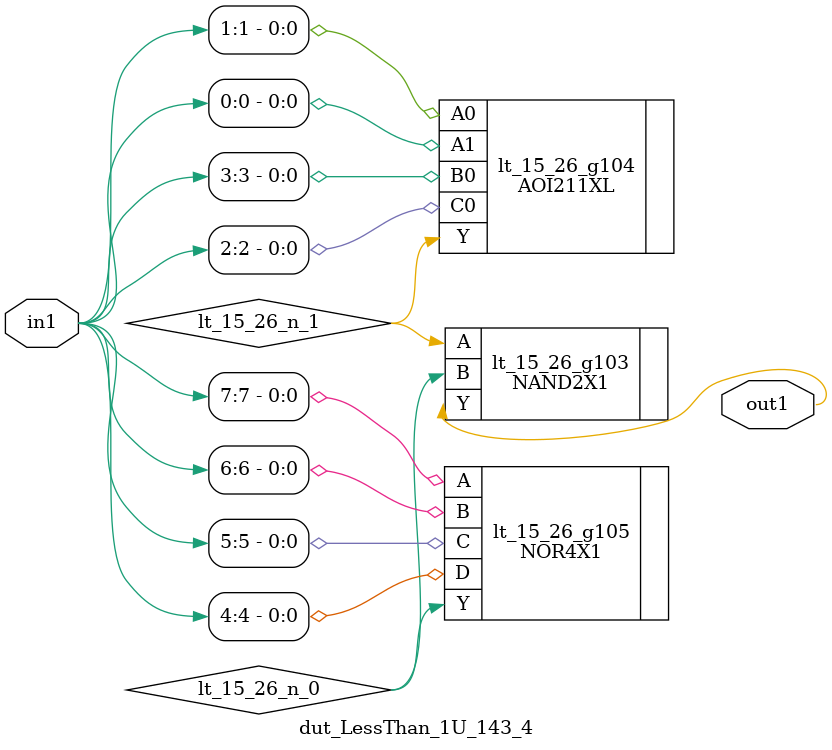
<source format=v>
`timescale 1ps / 1ps


module dut_LessThan_1U_143_4(in1, out1);
  input [7:0] in1;
  output out1;
  wire [7:0] in1;
  wire out1;
  wire lt_15_26_n_0, lt_15_26_n_1;
  NAND2X1 lt_15_26_g103(.A (lt_15_26_n_1), .B (lt_15_26_n_0), .Y
       (out1));
  AOI211XL lt_15_26_g104(.A0 (in1[1]), .A1 (in1[0]), .B0 (in1[3]), .C0
       (in1[2]), .Y (lt_15_26_n_1));
  NOR4X1 lt_15_26_g105(.A (in1[7]), .B (in1[6]), .C (in1[5]), .D
       (in1[4]), .Y (lt_15_26_n_0));
endmodule



</source>
